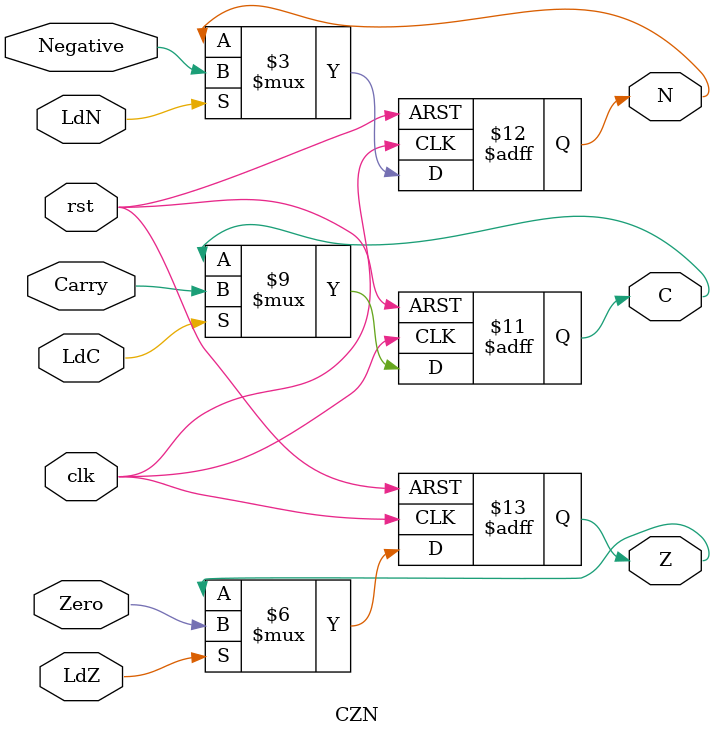
<source format=v>
module CZN(input clk, rst, input LdC, LdN, LdZ, input Carry, Zero, Negative, output reg C, Z, N);
  always@(posedge clk, posedge rst) begin
    if(rst)
    begin
      C <= 1'b0;
      Z <= 1'b0;
      N <= 1'b0;
    end
    else 
    begin
      if(LdC)
        C <= Carry;
      else
        C <= C;
      if(LdZ)
        Z <= Zero;
      else
        Z <= Z;
      if(LdN)
        N <= Negative;
      else
        N <= N;
    end
  end
endmodule 


</source>
